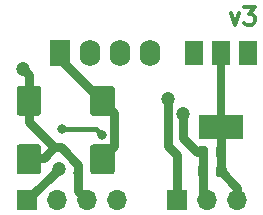
<source format=gbr>
%TF.GenerationSoftware,KiCad,Pcbnew,(5.1.10)-1*%
%TF.CreationDate,2022-01-18T16:23:02+07:00*%
%TF.ProjectId,DC5V_DC5V3V3,44433556-5f44-4433-9556-3356332e6b69,rev?*%
%TF.SameCoordinates,Original*%
%TF.FileFunction,Copper,L1,Top*%
%TF.FilePolarity,Positive*%
%FSLAX46Y46*%
G04 Gerber Fmt 4.6, Leading zero omitted, Abs format (unit mm)*
G04 Created by KiCad (PCBNEW (5.1.10)-1) date 2022-01-18 16:23:02*
%MOMM*%
%LPD*%
G01*
G04 APERTURE LIST*
%TA.AperFunction,NonConductor*%
%ADD10C,0.300000*%
%TD*%
%TA.AperFunction,ComponentPad*%
%ADD11O,1.700000X1.700000*%
%TD*%
%TA.AperFunction,ComponentPad*%
%ADD12R,1.700000X1.700000*%
%TD*%
%TA.AperFunction,SMDPad,CuDef*%
%ADD13R,1.500000X2.000000*%
%TD*%
%TA.AperFunction,SMDPad,CuDef*%
%ADD14R,3.800000X2.000000*%
%TD*%
%TA.AperFunction,ComponentPad*%
%ADD15R,1.750000X2.250000*%
%TD*%
%TA.AperFunction,ComponentPad*%
%ADD16O,1.750000X2.250000*%
%TD*%
%TA.AperFunction,ViaPad*%
%ADD17C,0.800000*%
%TD*%
%TA.AperFunction,ViaPad*%
%ADD18C,1.200000*%
%TD*%
%TA.AperFunction,Conductor*%
%ADD19C,0.800000*%
%TD*%
%TA.AperFunction,Conductor*%
%ADD20C,0.700000*%
%TD*%
%TA.AperFunction,Conductor*%
%ADD21C,0.400000*%
%TD*%
G04 APERTURE END LIST*
D10*
X107814571Y-82787571D02*
X108171714Y-83787571D01*
X108528857Y-82787571D01*
X108957428Y-82287571D02*
X109886000Y-82287571D01*
X109386000Y-82859000D01*
X109600285Y-82859000D01*
X109743142Y-82930428D01*
X109814571Y-83001857D01*
X109886000Y-83144714D01*
X109886000Y-83501857D01*
X109814571Y-83644714D01*
X109743142Y-83716142D01*
X109600285Y-83787571D01*
X109171714Y-83787571D01*
X109028857Y-83716142D01*
X108957428Y-83644714D01*
D11*
%TO.P,J1,4*%
%TO.N,/+5V_state*%
X98222000Y-98603000D03*
%TO.P,J1,3*%
%TO.N,+5P*%
X95682000Y-98603000D03*
%TO.P,J1,2*%
%TO.N,GND1*%
X93142000Y-98603000D03*
D12*
%TO.P,J1,1*%
%TO.N,+5V*%
X90602000Y-98603000D03*
%TD*%
D11*
%TO.P,J2,3*%
%TO.N,+3.3VP*%
X108382000Y-98603000D03*
%TO.P,J2,2*%
%TO.N,GND2*%
X105842000Y-98603000D03*
D12*
%TO.P,J2,1*%
%TO.N,+5VP*%
X103302000Y-98603000D03*
%TD*%
D13*
%TO.P,U1,1*%
%TO.N,GND2*%
X109271000Y-86157000D03*
%TO.P,U1,3*%
%TO.N,+5VP*%
X104671000Y-86157000D03*
%TO.P,U1,2*%
%TO.N,+3.3VP*%
X106971000Y-86157000D03*
D14*
X106971000Y-92457000D03*
%TD*%
D15*
%TO.P,PS1,1*%
%TO.N,GND1*%
X93396000Y-86157000D03*
D16*
%TO.P,PS1,2*%
%TO.N,+5V*%
X95936000Y-86157000D03*
%TO.P,PS1,3*%
%TO.N,GND2*%
X98476000Y-86157000D03*
%TO.P,PS1,4*%
%TO.N,+5VP*%
X101016000Y-86157000D03*
%TD*%
%TO.P,C16,2*%
%TO.N,+3.3VP*%
%TA.AperFunction,SMDPad,CuDef*%
G36*
G01*
X106561000Y-96440000D02*
X106561000Y-95940000D01*
G75*
G02*
X106786000Y-95715000I225000J0D01*
G01*
X107236000Y-95715000D01*
G75*
G02*
X107461000Y-95940000I0J-225000D01*
G01*
X107461000Y-96440000D01*
G75*
G02*
X107236000Y-96665000I-225000J0D01*
G01*
X106786000Y-96665000D01*
G75*
G02*
X106561000Y-96440000I0J225000D01*
G01*
G37*
%TD.AperFunction*%
%TO.P,C16,1*%
%TO.N,GND2*%
%TA.AperFunction,SMDPad,CuDef*%
G36*
G01*
X105011000Y-96440000D02*
X105011000Y-95940000D01*
G75*
G02*
X105236000Y-95715000I225000J0D01*
G01*
X105686000Y-95715000D01*
G75*
G02*
X105911000Y-95940000I0J-225000D01*
G01*
X105911000Y-96440000D01*
G75*
G02*
X105686000Y-96665000I-225000J0D01*
G01*
X105236000Y-96665000D01*
G75*
G02*
X105011000Y-96440000I0J225000D01*
G01*
G37*
%TD.AperFunction*%
%TD*%
%TO.P,C15,2*%
%TO.N,+3.3VP*%
%TA.AperFunction,SMDPad,CuDef*%
G36*
G01*
X106535000Y-94789000D02*
X106535000Y-94289000D01*
G75*
G02*
X106760000Y-94064000I225000J0D01*
G01*
X107210000Y-94064000D01*
G75*
G02*
X107435000Y-94289000I0J-225000D01*
G01*
X107435000Y-94789000D01*
G75*
G02*
X107210000Y-95014000I-225000J0D01*
G01*
X106760000Y-95014000D01*
G75*
G02*
X106535000Y-94789000I0J225000D01*
G01*
G37*
%TD.AperFunction*%
%TO.P,C15,1*%
%TO.N,GND2*%
%TA.AperFunction,SMDPad,CuDef*%
G36*
G01*
X104985000Y-94789000D02*
X104985000Y-94289000D01*
G75*
G02*
X105210000Y-94064000I225000J0D01*
G01*
X105660000Y-94064000D01*
G75*
G02*
X105885000Y-94289000I0J-225000D01*
G01*
X105885000Y-94789000D01*
G75*
G02*
X105660000Y-95014000I-225000J0D01*
G01*
X105210000Y-95014000D01*
G75*
G02*
X104985000Y-94789000I0J225000D01*
G01*
G37*
%TD.AperFunction*%
%TD*%
%TO.P,C8,2*%
%TO.N,GND1*%
%TA.AperFunction,SMDPad,CuDef*%
G36*
G01*
X95914500Y-96199000D02*
X95914500Y-94149000D01*
G75*
G02*
X96164500Y-93899000I250000J0D01*
G01*
X97739500Y-93899000D01*
G75*
G02*
X97989500Y-94149000I0J-250000D01*
G01*
X97989500Y-96199000D01*
G75*
G02*
X97739500Y-96449000I-250000J0D01*
G01*
X96164500Y-96449000D01*
G75*
G02*
X95914500Y-96199000I0J250000D01*
G01*
G37*
%TD.AperFunction*%
%TO.P,C8,1*%
%TO.N,+5P*%
%TA.AperFunction,SMDPad,CuDef*%
G36*
G01*
X89689500Y-96199000D02*
X89689500Y-94149000D01*
G75*
G02*
X89939500Y-93899000I250000J0D01*
G01*
X91514500Y-93899000D01*
G75*
G02*
X91764500Y-94149000I0J-250000D01*
G01*
X91764500Y-96199000D01*
G75*
G02*
X91514500Y-96449000I-250000J0D01*
G01*
X89939500Y-96449000D01*
G75*
G02*
X89689500Y-96199000I0J250000D01*
G01*
G37*
%TD.AperFunction*%
%TD*%
%TO.P,C7,2*%
%TO.N,GND1*%
%TA.AperFunction,SMDPad,CuDef*%
G36*
G01*
X95916500Y-91246000D02*
X95916500Y-89196000D01*
G75*
G02*
X96166500Y-88946000I250000J0D01*
G01*
X97741500Y-88946000D01*
G75*
G02*
X97991500Y-89196000I0J-250000D01*
G01*
X97991500Y-91246000D01*
G75*
G02*
X97741500Y-91496000I-250000J0D01*
G01*
X96166500Y-91496000D01*
G75*
G02*
X95916500Y-91246000I0J250000D01*
G01*
G37*
%TD.AperFunction*%
%TO.P,C7,1*%
%TO.N,+5P*%
%TA.AperFunction,SMDPad,CuDef*%
G36*
G01*
X89691500Y-91246000D02*
X89691500Y-89196000D01*
G75*
G02*
X89941500Y-88946000I250000J0D01*
G01*
X91516500Y-88946000D01*
G75*
G02*
X91766500Y-89196000I0J-250000D01*
G01*
X91766500Y-91246000D01*
G75*
G02*
X91516500Y-91496000I-250000J0D01*
G01*
X89941500Y-91496000D01*
G75*
G02*
X89691500Y-91246000I0J250000D01*
G01*
G37*
%TD.AperFunction*%
%TD*%
D17*
%TO.N,+5P*%
X92888000Y-94156392D03*
D18*
X90221000Y-87554000D03*
D17*
X94919998Y-96317000D03*
D18*
%TO.N,+5VP*%
X104671000Y-86157000D03*
X102540000Y-90093990D03*
%TO.N,+5V*%
X93245964Y-95959036D03*
%TO.N,GND2*%
X109271000Y-86157000D03*
X103810000Y-91364000D03*
D17*
%TO.N,Net-(D1-Pad5)*%
X93523000Y-92634000D03*
X96952000Y-93142000D03*
%TD*%
D19*
%TO.N,+5P*%
X90729000Y-91997392D02*
X90729000Y-90221000D01*
X92888000Y-94156392D02*
X90729000Y-91997392D01*
X92888000Y-94156392D02*
X93453685Y-94156392D01*
X93453685Y-94156392D02*
X94919998Y-95622705D01*
X94919998Y-95622705D02*
X94919998Y-96317000D01*
X94919998Y-97840998D02*
X95682000Y-98603000D01*
X94919998Y-96317000D02*
X94919998Y-97840998D01*
X91997392Y-95047000D02*
X92888000Y-94156392D01*
X90729000Y-95047000D02*
X91997392Y-95047000D01*
X90729000Y-88062000D02*
X90221000Y-87554000D01*
X90729000Y-90221000D02*
X90729000Y-88062000D01*
%TO.N,GND1*%
X93396000Y-86663000D02*
X96954000Y-90221000D01*
X93396000Y-86157000D02*
X93396000Y-86663000D01*
X96954000Y-90221000D02*
X97952001Y-91219001D01*
X97952001Y-91219001D02*
X97952001Y-94048999D01*
X97952001Y-94048999D02*
X96954000Y-95047000D01*
%TO.N,+5VP*%
X103302000Y-94793000D02*
X102540000Y-94031000D01*
X103302000Y-98603000D02*
X103302000Y-94793000D01*
X102540000Y-94031000D02*
X102540000Y-90093990D01*
D20*
%TO.N,+3.3VP*%
X106971000Y-86157000D02*
X106971000Y-92457000D01*
D19*
X106971000Y-94525000D02*
X106985000Y-94539000D01*
X106971000Y-92457000D02*
X106971000Y-94525000D01*
X106985000Y-96164000D02*
X107011000Y-96190000D01*
X106985000Y-94539000D02*
X106985000Y-96164000D01*
X108382000Y-97561000D02*
X107011000Y-96190000D01*
X108382000Y-98603000D02*
X108382000Y-97561000D01*
%TO.N,+5V*%
X90602000Y-98603000D02*
X93245964Y-95959036D01*
%TO.N,GND2*%
X105461000Y-94565000D02*
X105435000Y-94539000D01*
X105461000Y-96190000D02*
X105461000Y-94565000D01*
X105461000Y-98222000D02*
X105842000Y-98603000D01*
X105461000Y-96190000D02*
X105461000Y-98222000D01*
X104985000Y-94539000D02*
X105435000Y-94539000D01*
X103810000Y-93364000D02*
X104985000Y-94539000D01*
X103810000Y-91364000D02*
X103810000Y-93364000D01*
D21*
%TO.N,Net-(D1-Pad5)*%
X93523000Y-92634000D02*
X96444000Y-92634000D01*
X96444000Y-92634000D02*
X96952000Y-93142000D01*
%TD*%
M02*

</source>
